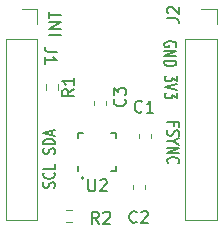
<source format=gbr>
%TF.GenerationSoftware,KiCad,Pcbnew,7.0.6*%
%TF.CreationDate,2023-08-04T12:55:21+05:30*%
%TF.ProjectId,XIAO ESP32S3 IMU,5849414f-2045-4535-9033-32533320494d,rev?*%
%TF.SameCoordinates,Original*%
%TF.FileFunction,Legend,Top*%
%TF.FilePolarity,Positive*%
%FSLAX46Y46*%
G04 Gerber Fmt 4.6, Leading zero omitted, Abs format (unit mm)*
G04 Created by KiCad (PCBNEW 7.0.6) date 2023-08-04 12:55:21*
%MOMM*%
%LPD*%
G01*
G04 APERTURE LIST*
%ADD10C,0.150000*%
%ADD11C,0.120000*%
G04 APERTURE END LIST*
D10*
X133120711Y-73150000D02*
G75*
G03*
X133120711Y-73150000I-70711J0D01*
G01*
X140753990Y-68705826D02*
X140753990Y-68439160D01*
X140230180Y-68439160D02*
X141230180Y-68439160D01*
X141230180Y-68439160D02*
X141230180Y-68820112D01*
X140277800Y-69086778D02*
X140230180Y-69201064D01*
X140230180Y-69201064D02*
X140230180Y-69391540D01*
X140230180Y-69391540D02*
X140277800Y-69467731D01*
X140277800Y-69467731D02*
X140325419Y-69505826D01*
X140325419Y-69505826D02*
X140420657Y-69543921D01*
X140420657Y-69543921D02*
X140515895Y-69543921D01*
X140515895Y-69543921D02*
X140611133Y-69505826D01*
X140611133Y-69505826D02*
X140658752Y-69467731D01*
X140658752Y-69467731D02*
X140706371Y-69391540D01*
X140706371Y-69391540D02*
X140753990Y-69239159D01*
X140753990Y-69239159D02*
X140801609Y-69162969D01*
X140801609Y-69162969D02*
X140849228Y-69124874D01*
X140849228Y-69124874D02*
X140944466Y-69086778D01*
X140944466Y-69086778D02*
X141039704Y-69086778D01*
X141039704Y-69086778D02*
X141134942Y-69124874D01*
X141134942Y-69124874D02*
X141182561Y-69162969D01*
X141182561Y-69162969D02*
X141230180Y-69239159D01*
X141230180Y-69239159D02*
X141230180Y-69429636D01*
X141230180Y-69429636D02*
X141182561Y-69543921D01*
X140706371Y-70039160D02*
X140230180Y-70039160D01*
X141230180Y-69772493D02*
X140706371Y-70039160D01*
X140706371Y-70039160D02*
X141230180Y-70305826D01*
X140230180Y-70572493D02*
X141230180Y-70572493D01*
X141230180Y-70572493D02*
X140230180Y-71029636D01*
X140230180Y-71029636D02*
X141230180Y-71029636D01*
X140325419Y-71867731D02*
X140277800Y-71829635D01*
X140277800Y-71829635D02*
X140230180Y-71715350D01*
X140230180Y-71715350D02*
X140230180Y-71639159D01*
X140230180Y-71639159D02*
X140277800Y-71524873D01*
X140277800Y-71524873D02*
X140373038Y-71448683D01*
X140373038Y-71448683D02*
X140468276Y-71410588D01*
X140468276Y-71410588D02*
X140658752Y-71372492D01*
X140658752Y-71372492D02*
X140801609Y-71372492D01*
X140801609Y-71372492D02*
X140992085Y-71410588D01*
X140992085Y-71410588D02*
X141087323Y-71448683D01*
X141087323Y-71448683D02*
X141182561Y-71524873D01*
X141182561Y-71524873D02*
X141230180Y-71639159D01*
X141230180Y-71639159D02*
X141230180Y-71715350D01*
X141230180Y-71715350D02*
X141182561Y-71829635D01*
X141182561Y-71829635D02*
X141134942Y-71867731D01*
X130672200Y-73948935D02*
X130719819Y-73834649D01*
X130719819Y-73834649D02*
X130719819Y-73644173D01*
X130719819Y-73644173D02*
X130672200Y-73567982D01*
X130672200Y-73567982D02*
X130624580Y-73529887D01*
X130624580Y-73529887D02*
X130529342Y-73491792D01*
X130529342Y-73491792D02*
X130434104Y-73491792D01*
X130434104Y-73491792D02*
X130338866Y-73529887D01*
X130338866Y-73529887D02*
X130291247Y-73567982D01*
X130291247Y-73567982D02*
X130243628Y-73644173D01*
X130243628Y-73644173D02*
X130196009Y-73796554D01*
X130196009Y-73796554D02*
X130148390Y-73872744D01*
X130148390Y-73872744D02*
X130100771Y-73910839D01*
X130100771Y-73910839D02*
X130005533Y-73948935D01*
X130005533Y-73948935D02*
X129910295Y-73948935D01*
X129910295Y-73948935D02*
X129815057Y-73910839D01*
X129815057Y-73910839D02*
X129767438Y-73872744D01*
X129767438Y-73872744D02*
X129719819Y-73796554D01*
X129719819Y-73796554D02*
X129719819Y-73606077D01*
X129719819Y-73606077D02*
X129767438Y-73491792D01*
X130624580Y-72691791D02*
X130672200Y-72729887D01*
X130672200Y-72729887D02*
X130719819Y-72844172D01*
X130719819Y-72844172D02*
X130719819Y-72920363D01*
X130719819Y-72920363D02*
X130672200Y-73034649D01*
X130672200Y-73034649D02*
X130576961Y-73110839D01*
X130576961Y-73110839D02*
X130481723Y-73148934D01*
X130481723Y-73148934D02*
X130291247Y-73187030D01*
X130291247Y-73187030D02*
X130148390Y-73187030D01*
X130148390Y-73187030D02*
X129957914Y-73148934D01*
X129957914Y-73148934D02*
X129862676Y-73110839D01*
X129862676Y-73110839D02*
X129767438Y-73034649D01*
X129767438Y-73034649D02*
X129719819Y-72920363D01*
X129719819Y-72920363D02*
X129719819Y-72844172D01*
X129719819Y-72844172D02*
X129767438Y-72729887D01*
X129767438Y-72729887D02*
X129815057Y-72691791D01*
X130719819Y-71967982D02*
X130719819Y-72348934D01*
X130719819Y-72348934D02*
X129719819Y-72348934D01*
X140932561Y-62008207D02*
X140980180Y-61932017D01*
X140980180Y-61932017D02*
X140980180Y-61817731D01*
X140980180Y-61817731D02*
X140932561Y-61703445D01*
X140932561Y-61703445D02*
X140837323Y-61627255D01*
X140837323Y-61627255D02*
X140742085Y-61589160D01*
X140742085Y-61589160D02*
X140551609Y-61551064D01*
X140551609Y-61551064D02*
X140408752Y-61551064D01*
X140408752Y-61551064D02*
X140218276Y-61589160D01*
X140218276Y-61589160D02*
X140123038Y-61627255D01*
X140123038Y-61627255D02*
X140027800Y-61703445D01*
X140027800Y-61703445D02*
X139980180Y-61817731D01*
X139980180Y-61817731D02*
X139980180Y-61893922D01*
X139980180Y-61893922D02*
X140027800Y-62008207D01*
X140027800Y-62008207D02*
X140075419Y-62046303D01*
X140075419Y-62046303D02*
X140408752Y-62046303D01*
X140408752Y-62046303D02*
X140408752Y-61893922D01*
X139980180Y-62389160D02*
X140980180Y-62389160D01*
X140980180Y-62389160D02*
X139980180Y-62846303D01*
X139980180Y-62846303D02*
X140980180Y-62846303D01*
X139980180Y-63227255D02*
X140980180Y-63227255D01*
X140980180Y-63227255D02*
X140980180Y-63417731D01*
X140980180Y-63417731D02*
X140932561Y-63532017D01*
X140932561Y-63532017D02*
X140837323Y-63608207D01*
X140837323Y-63608207D02*
X140742085Y-63646302D01*
X140742085Y-63646302D02*
X140551609Y-63684398D01*
X140551609Y-63684398D02*
X140408752Y-63684398D01*
X140408752Y-63684398D02*
X140218276Y-63646302D01*
X140218276Y-63646302D02*
X140123038Y-63608207D01*
X140123038Y-63608207D02*
X140027800Y-63532017D01*
X140027800Y-63532017D02*
X139980180Y-63417731D01*
X139980180Y-63417731D02*
X139980180Y-63227255D01*
X130672200Y-71098935D02*
X130719819Y-70984649D01*
X130719819Y-70984649D02*
X130719819Y-70794173D01*
X130719819Y-70794173D02*
X130672200Y-70717982D01*
X130672200Y-70717982D02*
X130624580Y-70679887D01*
X130624580Y-70679887D02*
X130529342Y-70641792D01*
X130529342Y-70641792D02*
X130434104Y-70641792D01*
X130434104Y-70641792D02*
X130338866Y-70679887D01*
X130338866Y-70679887D02*
X130291247Y-70717982D01*
X130291247Y-70717982D02*
X130243628Y-70794173D01*
X130243628Y-70794173D02*
X130196009Y-70946554D01*
X130196009Y-70946554D02*
X130148390Y-71022744D01*
X130148390Y-71022744D02*
X130100771Y-71060839D01*
X130100771Y-71060839D02*
X130005533Y-71098935D01*
X130005533Y-71098935D02*
X129910295Y-71098935D01*
X129910295Y-71098935D02*
X129815057Y-71060839D01*
X129815057Y-71060839D02*
X129767438Y-71022744D01*
X129767438Y-71022744D02*
X129719819Y-70946554D01*
X129719819Y-70946554D02*
X129719819Y-70756077D01*
X129719819Y-70756077D02*
X129767438Y-70641792D01*
X130719819Y-70298934D02*
X129719819Y-70298934D01*
X129719819Y-70298934D02*
X129719819Y-70108458D01*
X129719819Y-70108458D02*
X129767438Y-69994172D01*
X129767438Y-69994172D02*
X129862676Y-69917982D01*
X129862676Y-69917982D02*
X129957914Y-69879887D01*
X129957914Y-69879887D02*
X130148390Y-69841791D01*
X130148390Y-69841791D02*
X130291247Y-69841791D01*
X130291247Y-69841791D02*
X130481723Y-69879887D01*
X130481723Y-69879887D02*
X130576961Y-69917982D01*
X130576961Y-69917982D02*
X130672200Y-69994172D01*
X130672200Y-69994172D02*
X130719819Y-70108458D01*
X130719819Y-70108458D02*
X130719819Y-70298934D01*
X130434104Y-69537030D02*
X130434104Y-69156077D01*
X130719819Y-69613220D02*
X129719819Y-69346553D01*
X129719819Y-69346553D02*
X130719819Y-69079887D01*
X141030180Y-64462969D02*
X141030180Y-64958207D01*
X141030180Y-64958207D02*
X140649228Y-64691541D01*
X140649228Y-64691541D02*
X140649228Y-64805826D01*
X140649228Y-64805826D02*
X140601609Y-64882017D01*
X140601609Y-64882017D02*
X140553990Y-64920112D01*
X140553990Y-64920112D02*
X140458752Y-64958207D01*
X140458752Y-64958207D02*
X140220657Y-64958207D01*
X140220657Y-64958207D02*
X140125419Y-64920112D01*
X140125419Y-64920112D02*
X140077800Y-64882017D01*
X140077800Y-64882017D02*
X140030180Y-64805826D01*
X140030180Y-64805826D02*
X140030180Y-64577255D01*
X140030180Y-64577255D02*
X140077800Y-64501064D01*
X140077800Y-64501064D02*
X140125419Y-64462969D01*
X141030180Y-65186779D02*
X140030180Y-65453446D01*
X140030180Y-65453446D02*
X141030180Y-65720112D01*
X141030180Y-65910588D02*
X141030180Y-66405826D01*
X141030180Y-66405826D02*
X140649228Y-66139160D01*
X140649228Y-66139160D02*
X140649228Y-66253445D01*
X140649228Y-66253445D02*
X140601609Y-66329636D01*
X140601609Y-66329636D02*
X140553990Y-66367731D01*
X140553990Y-66367731D02*
X140458752Y-66405826D01*
X140458752Y-66405826D02*
X140220657Y-66405826D01*
X140220657Y-66405826D02*
X140125419Y-66367731D01*
X140125419Y-66367731D02*
X140077800Y-66329636D01*
X140077800Y-66329636D02*
X140030180Y-66253445D01*
X140030180Y-66253445D02*
X140030180Y-66024874D01*
X140030180Y-66024874D02*
X140077800Y-65948683D01*
X140077800Y-65948683D02*
X140125419Y-65910588D01*
X131219819Y-61013220D02*
X130219819Y-61013220D01*
X131219819Y-60537030D02*
X130219819Y-60537030D01*
X130219819Y-60537030D02*
X131219819Y-59965602D01*
X131219819Y-59965602D02*
X130219819Y-59965602D01*
X130219819Y-59632268D02*
X130219819Y-59060840D01*
X131219819Y-59346554D02*
X130219819Y-59346554D01*
X140204819Y-59633333D02*
X140919104Y-59633333D01*
X140919104Y-59633333D02*
X141061961Y-59680952D01*
X141061961Y-59680952D02*
X141157200Y-59776190D01*
X141157200Y-59776190D02*
X141204819Y-59919047D01*
X141204819Y-59919047D02*
X141204819Y-60014285D01*
X140300057Y-59204761D02*
X140252438Y-59157142D01*
X140252438Y-59157142D02*
X140204819Y-59061904D01*
X140204819Y-59061904D02*
X140204819Y-58823809D01*
X140204819Y-58823809D02*
X140252438Y-58728571D01*
X140252438Y-58728571D02*
X140300057Y-58680952D01*
X140300057Y-58680952D02*
X140395295Y-58633333D01*
X140395295Y-58633333D02*
X140490533Y-58633333D01*
X140490533Y-58633333D02*
X140633390Y-58680952D01*
X140633390Y-58680952D02*
X141204819Y-59252380D01*
X141204819Y-59252380D02*
X141204819Y-58633333D01*
X137633333Y-76859580D02*
X137585714Y-76907200D01*
X137585714Y-76907200D02*
X137442857Y-76954819D01*
X137442857Y-76954819D02*
X137347619Y-76954819D01*
X137347619Y-76954819D02*
X137204762Y-76907200D01*
X137204762Y-76907200D02*
X137109524Y-76811961D01*
X137109524Y-76811961D02*
X137061905Y-76716723D01*
X137061905Y-76716723D02*
X137014286Y-76526247D01*
X137014286Y-76526247D02*
X137014286Y-76383390D01*
X137014286Y-76383390D02*
X137061905Y-76192914D01*
X137061905Y-76192914D02*
X137109524Y-76097676D01*
X137109524Y-76097676D02*
X137204762Y-76002438D01*
X137204762Y-76002438D02*
X137347619Y-75954819D01*
X137347619Y-75954819D02*
X137442857Y-75954819D01*
X137442857Y-75954819D02*
X137585714Y-76002438D01*
X137585714Y-76002438D02*
X137633333Y-76050057D01*
X138014286Y-76050057D02*
X138061905Y-76002438D01*
X138061905Y-76002438D02*
X138157143Y-75954819D01*
X138157143Y-75954819D02*
X138395238Y-75954819D01*
X138395238Y-75954819D02*
X138490476Y-76002438D01*
X138490476Y-76002438D02*
X138538095Y-76050057D01*
X138538095Y-76050057D02*
X138585714Y-76145295D01*
X138585714Y-76145295D02*
X138585714Y-76240533D01*
X138585714Y-76240533D02*
X138538095Y-76383390D01*
X138538095Y-76383390D02*
X137966667Y-76954819D01*
X137966667Y-76954819D02*
X138585714Y-76954819D01*
X133538095Y-73254819D02*
X133538095Y-74064342D01*
X133538095Y-74064342D02*
X133585714Y-74159580D01*
X133585714Y-74159580D02*
X133633333Y-74207200D01*
X133633333Y-74207200D02*
X133728571Y-74254819D01*
X133728571Y-74254819D02*
X133919047Y-74254819D01*
X133919047Y-74254819D02*
X134014285Y-74207200D01*
X134014285Y-74207200D02*
X134061904Y-74159580D01*
X134061904Y-74159580D02*
X134109523Y-74064342D01*
X134109523Y-74064342D02*
X134109523Y-73254819D01*
X134538095Y-73350057D02*
X134585714Y-73302438D01*
X134585714Y-73302438D02*
X134680952Y-73254819D01*
X134680952Y-73254819D02*
X134919047Y-73254819D01*
X134919047Y-73254819D02*
X135014285Y-73302438D01*
X135014285Y-73302438D02*
X135061904Y-73350057D01*
X135061904Y-73350057D02*
X135109523Y-73445295D01*
X135109523Y-73445295D02*
X135109523Y-73540533D01*
X135109523Y-73540533D02*
X135061904Y-73683390D01*
X135061904Y-73683390D02*
X134490476Y-74254819D01*
X134490476Y-74254819D02*
X135109523Y-74254819D01*
X136609580Y-66466666D02*
X136657200Y-66514285D01*
X136657200Y-66514285D02*
X136704819Y-66657142D01*
X136704819Y-66657142D02*
X136704819Y-66752380D01*
X136704819Y-66752380D02*
X136657200Y-66895237D01*
X136657200Y-66895237D02*
X136561961Y-66990475D01*
X136561961Y-66990475D02*
X136466723Y-67038094D01*
X136466723Y-67038094D02*
X136276247Y-67085713D01*
X136276247Y-67085713D02*
X136133390Y-67085713D01*
X136133390Y-67085713D02*
X135942914Y-67038094D01*
X135942914Y-67038094D02*
X135847676Y-66990475D01*
X135847676Y-66990475D02*
X135752438Y-66895237D01*
X135752438Y-66895237D02*
X135704819Y-66752380D01*
X135704819Y-66752380D02*
X135704819Y-66657142D01*
X135704819Y-66657142D02*
X135752438Y-66514285D01*
X135752438Y-66514285D02*
X135800057Y-66466666D01*
X135704819Y-66133332D02*
X135704819Y-65514285D01*
X135704819Y-65514285D02*
X136085771Y-65847618D01*
X136085771Y-65847618D02*
X136085771Y-65704761D01*
X136085771Y-65704761D02*
X136133390Y-65609523D01*
X136133390Y-65609523D02*
X136181009Y-65561904D01*
X136181009Y-65561904D02*
X136276247Y-65514285D01*
X136276247Y-65514285D02*
X136514342Y-65514285D01*
X136514342Y-65514285D02*
X136609580Y-65561904D01*
X136609580Y-65561904D02*
X136657200Y-65609523D01*
X136657200Y-65609523D02*
X136704819Y-65704761D01*
X136704819Y-65704761D02*
X136704819Y-65990475D01*
X136704819Y-65990475D02*
X136657200Y-66085713D01*
X136657200Y-66085713D02*
X136609580Y-66133332D01*
X132334819Y-65616666D02*
X131858628Y-65949999D01*
X132334819Y-66188094D02*
X131334819Y-66188094D01*
X131334819Y-66188094D02*
X131334819Y-65807142D01*
X131334819Y-65807142D02*
X131382438Y-65711904D01*
X131382438Y-65711904D02*
X131430057Y-65664285D01*
X131430057Y-65664285D02*
X131525295Y-65616666D01*
X131525295Y-65616666D02*
X131668152Y-65616666D01*
X131668152Y-65616666D02*
X131763390Y-65664285D01*
X131763390Y-65664285D02*
X131811009Y-65711904D01*
X131811009Y-65711904D02*
X131858628Y-65807142D01*
X131858628Y-65807142D02*
X131858628Y-66188094D01*
X132334819Y-64664285D02*
X132334819Y-65235713D01*
X132334819Y-64949999D02*
X131334819Y-64949999D01*
X131334819Y-64949999D02*
X131477676Y-65045237D01*
X131477676Y-65045237D02*
X131572914Y-65140475D01*
X131572914Y-65140475D02*
X131620533Y-65235713D01*
X130845180Y-62466666D02*
X130130895Y-62466666D01*
X130130895Y-62466666D02*
X129988038Y-62419047D01*
X129988038Y-62419047D02*
X129892800Y-62323809D01*
X129892800Y-62323809D02*
X129845180Y-62180952D01*
X129845180Y-62180952D02*
X129845180Y-62085714D01*
X129845180Y-63466666D02*
X129845180Y-62895238D01*
X129845180Y-63180952D02*
X130845180Y-63180952D01*
X130845180Y-63180952D02*
X130702323Y-63085714D01*
X130702323Y-63085714D02*
X130607085Y-62990476D01*
X130607085Y-62990476D02*
X130559466Y-62895238D01*
X134433333Y-77004819D02*
X134100000Y-76528628D01*
X133861905Y-77004819D02*
X133861905Y-76004819D01*
X133861905Y-76004819D02*
X134242857Y-76004819D01*
X134242857Y-76004819D02*
X134338095Y-76052438D01*
X134338095Y-76052438D02*
X134385714Y-76100057D01*
X134385714Y-76100057D02*
X134433333Y-76195295D01*
X134433333Y-76195295D02*
X134433333Y-76338152D01*
X134433333Y-76338152D02*
X134385714Y-76433390D01*
X134385714Y-76433390D02*
X134338095Y-76481009D01*
X134338095Y-76481009D02*
X134242857Y-76528628D01*
X134242857Y-76528628D02*
X133861905Y-76528628D01*
X134814286Y-76100057D02*
X134861905Y-76052438D01*
X134861905Y-76052438D02*
X134957143Y-76004819D01*
X134957143Y-76004819D02*
X135195238Y-76004819D01*
X135195238Y-76004819D02*
X135290476Y-76052438D01*
X135290476Y-76052438D02*
X135338095Y-76100057D01*
X135338095Y-76100057D02*
X135385714Y-76195295D01*
X135385714Y-76195295D02*
X135385714Y-76290533D01*
X135385714Y-76290533D02*
X135338095Y-76433390D01*
X135338095Y-76433390D02*
X134766667Y-77004819D01*
X134766667Y-77004819D02*
X135385714Y-77004819D01*
X138083333Y-67509580D02*
X138035714Y-67557200D01*
X138035714Y-67557200D02*
X137892857Y-67604819D01*
X137892857Y-67604819D02*
X137797619Y-67604819D01*
X137797619Y-67604819D02*
X137654762Y-67557200D01*
X137654762Y-67557200D02*
X137559524Y-67461961D01*
X137559524Y-67461961D02*
X137511905Y-67366723D01*
X137511905Y-67366723D02*
X137464286Y-67176247D01*
X137464286Y-67176247D02*
X137464286Y-67033390D01*
X137464286Y-67033390D02*
X137511905Y-66842914D01*
X137511905Y-66842914D02*
X137559524Y-66747676D01*
X137559524Y-66747676D02*
X137654762Y-66652438D01*
X137654762Y-66652438D02*
X137797619Y-66604819D01*
X137797619Y-66604819D02*
X137892857Y-66604819D01*
X137892857Y-66604819D02*
X138035714Y-66652438D01*
X138035714Y-66652438D02*
X138083333Y-66700057D01*
X139035714Y-67604819D02*
X138464286Y-67604819D01*
X138750000Y-67604819D02*
X138750000Y-66604819D01*
X138750000Y-66604819D02*
X138654762Y-66747676D01*
X138654762Y-66747676D02*
X138559524Y-66842914D01*
X138559524Y-66842914D02*
X138464286Y-66890533D01*
D11*
%TO.C,J2*%
X141745000Y-61400000D02*
X141745000Y-76700000D01*
X141745000Y-61400000D02*
X144405000Y-61400000D01*
X141745000Y-76700000D02*
X144405000Y-76700000D01*
X143075000Y-58800000D02*
X144405000Y-58800000D01*
X144405000Y-58800000D02*
X144405000Y-60130000D01*
X144405000Y-61400000D02*
X144405000Y-76700000D01*
%TO.C,C2*%
X138310000Y-73753733D02*
X138310000Y-74046267D01*
X137290000Y-73753733D02*
X137290000Y-74046267D01*
D10*
%TO.C,U2*%
X132650000Y-72550000D02*
X132650000Y-72150000D01*
X135850000Y-72550000D02*
X135450000Y-72550000D01*
X135850000Y-72550000D02*
X135850000Y-72150000D01*
X132650000Y-69350000D02*
X132650000Y-69750000D01*
X132650000Y-69350000D02*
X133050000Y-69350000D01*
X135850000Y-69350000D02*
X135850000Y-69750000D01*
X135850000Y-69350000D02*
X135450000Y-69350000D01*
D11*
%TO.C,C3*%
X134040000Y-66946267D02*
X134040000Y-66653733D01*
X135060000Y-66946267D02*
X135060000Y-66653733D01*
%TO.C,R1*%
X130972500Y-65195276D02*
X130972500Y-65704724D01*
X129927500Y-65195276D02*
X129927500Y-65704724D01*
%TO.C,J1*%
X126570000Y-61400000D02*
X126570000Y-76700000D01*
X126570000Y-61400000D02*
X129230000Y-61400000D01*
X126570000Y-76700000D02*
X129230000Y-76700000D01*
X127900000Y-58800000D02*
X129230000Y-58800000D01*
X129230000Y-58800000D02*
X129230000Y-60130000D01*
X129230000Y-61400000D02*
X129230000Y-76700000D01*
%TO.C,R2*%
X132154724Y-76872500D02*
X131645276Y-76872500D01*
X132154724Y-75827500D02*
X131645276Y-75827500D01*
%TO.C,C1*%
X137790000Y-69746267D02*
X137790000Y-69453733D01*
X138810000Y-69746267D02*
X138810000Y-69453733D01*
%TD*%
M02*

</source>
